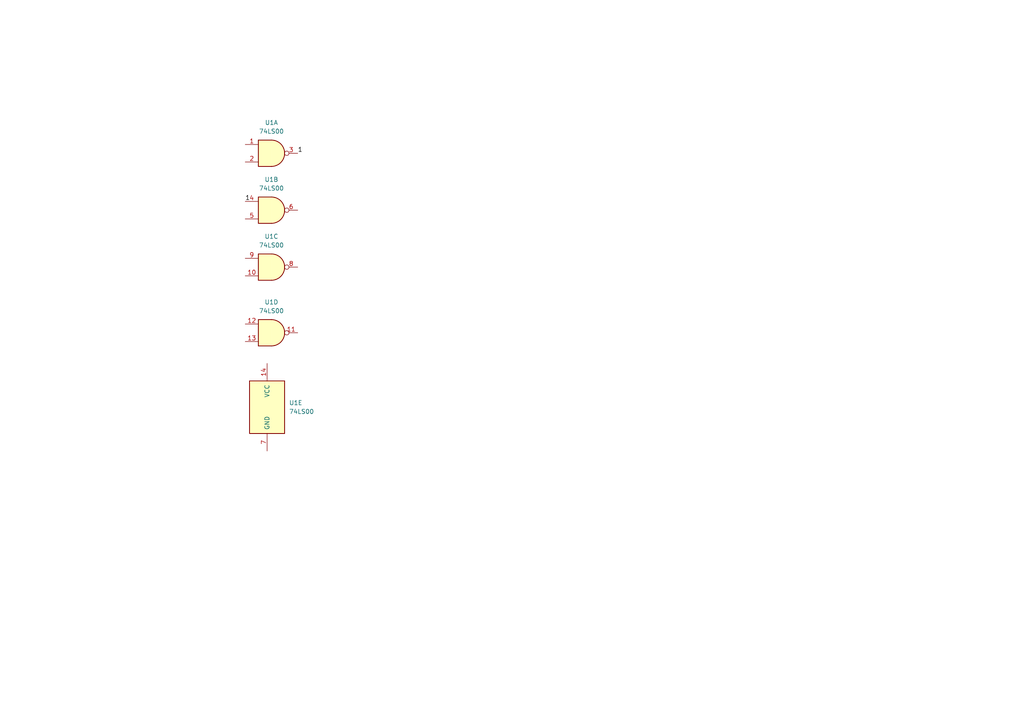
<source format=kicad_sch>
(kicad_sch (version 20230121) (generator eeschema)
  (paper "A4")
  (lib_symbols
    (symbol "74xx:74LS00" (pin_names (offset 1.016))
      (property "Reference" "U" (at 0 1.27 0))
      (property "Value" "74LS00" (at 0 -1.27 0))
      (symbol "74LS00_1_1"
        (arc (start 0 -3.81) (mid 3.7934 0) (end 0 3.81) (stroke (width 0.254)) (fill (type background)))
        (polyline (pts (xy 0 3.81) (xy -3.81 3.81) (xy -3.81 -3.81) (xy 0 -3.81)) (stroke (width 0.254)) (fill (type background)))
        (pin input line (at -7.62 2.54 0) (length 3.81) (name "~") (number "1"))
        (pin input line (at -7.62 -2.54 0) (length 3.81) (name "~") (number "2"))
        (pin output inverted (at 7.62 0 180) (length 3.81) (name "~") (number "3"))
      )
      (symbol "74LS00_1_2"
        (arc (start -3.81 -3.81) (mid -2.589 0) (end -3.81 3.81) (stroke (width 0.254)))
        (arc (start -0.6096 -3.81) (mid 2.1842 -2.5851) (end 3.81 0) (stroke (width 0.254)) (fill (type background)))
        (polyline (pts (xy -3.81 -3.81) (xy -0.635 -3.81)) (stroke (width 0.254)) (fill (type background)))
        (polyline (pts (xy -3.81 3.81) (xy -0.635 3.81)) (stroke (width 0.254)) (fill (type background)))
        (polyline (pts (xy -0.635 3.81) (xy -3.81 3.81) (xy -3.81 3.81) (xy -3.556 3.4036) (xy -3.0226 2.2606) (xy -2.6924 1.0414) (xy -2.6162 -0.254) (xy -2.7686 -1.4986) (xy -3.175 -2.7178) (xy -3.81 -3.81) (xy -3.81 -3.81) (xy -0.635 -3.81)) (stroke (width -25.4)) (fill (type background)))
        (arc (start 3.81 0) (mid 2.1915 2.5936) (end -0.6096 3.81) (stroke (width 0.254)) (fill (type background)))
        (pin input inverted (at -7.62 2.54 0) (length 4.318) (name "~") (number "1"))
        (pin input inverted (at -7.62 -2.54 0) (length 4.318) (name "~") (number "2"))
        (pin output line (at 7.62 0 180) (length 3.81) (name "~") (number "3"))
      )
      (symbol "74LS00_2_1"
        (arc (start 0 -3.81) (mid 3.7934 0) (end 0 3.81) (stroke (width 0.254)) (fill (type background)))
        (polyline (pts (xy 0 3.81) (xy -3.81 3.81) (xy -3.81 -3.81) (xy 0 -3.81)) (stroke (width 0.254)) (fill (type background)))
        (pin input line (at -7.62 2.54 0) (length 3.81) (name "~") (number "4"))
        (pin input line (at -7.62 -2.54 0) (length 3.81) (name "~") (number "5"))
        (pin output inverted (at 7.62 0 180) (length 3.81) (name "~") (number "6"))
      )
      (symbol "74LS00_2_2"
        (arc (start -3.81 -3.81) (mid -2.589 0) (end -3.81 3.81) (stroke (width 0.254)))
        (arc (start -0.6096 -3.81) (mid 2.1842 -2.5851) (end 3.81 0) (stroke (width 0.254)) (fill (type background)))
        (polyline (pts (xy -3.81 -3.81) (xy -0.635 -3.81)) (stroke (width 0.254)) (fill (type background)))
        (polyline (pts (xy -3.81 3.81) (xy -0.635 3.81)) (stroke (width 0.254)) (fill (type background)))
        (polyline (pts (xy -0.635 3.81) (xy -3.81 3.81) (xy -3.81 3.81) (xy -3.556 3.4036) (xy -3.0226 2.2606) (xy -2.6924 1.0414) (xy -2.6162 -0.254) (xy -2.7686 -1.4986) (xy -3.175 -2.7178) (xy -3.81 -3.81) (xy -3.81 -3.81) (xy -0.635 -3.81)) (stroke (width -25.4)) (fill (type background)))
        (arc (start 3.81 0) (mid 2.1915 2.5936) (end -0.6096 3.81) (stroke (width 0.254)) (fill (type background)))
        (pin input inverted (at -7.62 2.54 0) (length 4.318) (name "~") (number "4"))
        (pin input inverted (at -7.62 -2.54 0) (length 4.318) (name "~") (number "5"))
        (pin output line (at 7.62 0 180) (length 3.81) (name "~") (number "6"))
      )
      (symbol "74LS00_3_1"
        (arc (start 0 -3.81) (mid 3.7934 0) (end 0 3.81) (stroke (width 0.254)) (fill (type background)))
        (polyline (pts (xy 0 3.81) (xy -3.81 3.81) (xy -3.81 -3.81) (xy 0 -3.81)) (stroke (width 0.254)) (fill (type background)))
        (pin input line (at -7.62 -2.54 0) (length 3.81) (name "~") (number "10"))
        (pin output inverted (at 7.62 0 180) (length 3.81) (name "~") (number "8"))
        (pin input line (at -7.62 2.54 0) (length 3.81) (name "~") (number "9"))
      )
      (symbol "74LS00_3_2"
        (arc (start -3.81 -3.81) (mid -2.589 0) (end -3.81 3.81) (stroke (width 0.254)))
        (arc (start -0.6096 -3.81) (mid 2.1842 -2.5851) (end 3.81 0) (stroke (width 0.254)) (fill (type background)))
        (polyline (pts (xy -3.81 -3.81) (xy -0.635 -3.81)) (stroke (width 0.254)) (fill (type background)))
        (polyline (pts (xy -3.81 3.81) (xy -0.635 3.81)) (stroke (width 0.254)) (fill (type background)))
        (polyline (pts (xy -0.635 3.81) (xy -3.81 3.81) (xy -3.81 3.81) (xy -3.556 3.4036) (xy -3.0226 2.2606) (xy -2.6924 1.0414) (xy -2.6162 -0.254) (xy -2.7686 -1.4986) (xy -3.175 -2.7178) (xy -3.81 -3.81) (xy -3.81 -3.81) (xy -0.635 -3.81)) (stroke (width -25.4)) (fill (type background)))
        (arc (start 3.81 0) (mid 2.1915 2.5936) (end -0.6096 3.81) (stroke (width 0.254)) (fill (type background)))
        (pin input inverted (at -7.62 -2.54 0) (length 4.318) (name "~") (number "10"))
        (pin output line (at 7.62 0 180) (length 3.81) (name "~") (number "8"))
        (pin input inverted (at -7.62 2.54 0) (length 4.318) (name "~") (number "9"))
      )
      (symbol "74LS00_4_1"
        (arc (start 0 -3.81) (mid 3.7934 0) (end 0 3.81) (stroke (width 0.254)) (fill (type background)))
        (polyline (pts (xy 0 3.81) (xy -3.81 3.81) (xy -3.81 -3.81) (xy 0 -3.81)) (stroke (width 0.254)) (fill (type background)))
        (pin output inverted (at 7.62 0 180) (length 3.81) (name "~") (number "11"))
        (pin input line (at -7.62 2.54 0) (length 3.81) (name "~") (number "12"))
        (pin input line (at -7.62 -2.54 0) (length 3.81) (name "~") (number "13"))
      )
      (symbol "74LS00_4_2"
        (arc (start -3.81 -3.81) (mid -2.589 0) (end -3.81 3.81) (stroke (width 0.254)))
        (arc (start -0.6096 -3.81) (mid 2.1842 -2.5851) (end 3.81 0) (stroke (width 0.254)) (fill (type background)))
        (polyline (pts (xy -3.81 -3.81) (xy -0.635 -3.81)) (stroke (width 0.254)) (fill (type background)))
        (polyline (pts (xy -3.81 3.81) (xy -0.635 3.81)) (stroke (width 0.254)) (fill (type background)))
        (polyline (pts (xy -0.635 3.81) (xy -3.81 3.81) (xy -3.81 3.81) (xy -3.556 3.4036) (xy -3.0226 2.2606) (xy -2.6924 1.0414) (xy -2.6162 -0.254) (xy -2.7686 -1.4986) (xy -3.175 -2.7178) (xy -3.81 -3.81) (xy -3.81 -3.81) (xy -0.635 -3.81)) (stroke (width -25.4)) (fill (type background)))
        (arc (start 3.81 0) (mid 2.1915 2.5936) (end -0.6096 3.81) (stroke (width 0.254)) (fill (type background)))
        (pin output line (at 7.62 0 180) (length 3.81) (name "~") (number "11"))
        (pin input inverted (at -7.62 2.54 0) (length 4.318) (name "~") (number "12"))
        (pin input inverted (at -7.62 -2.54 0) (length 4.318) (name "~") (number "13"))
      )
      (symbol "74LS00_5_0"
        (pin power_in line (at 0 12.7 270) (length 5.08) (name "VCC") (number "14"))
        (pin power_in line (at 0 -12.7 90) (length 5.08) (name "GND") (number "7"))
      )
      (symbol "74LS00_5_1"
        (rectangle (start -5.08 7.62) (end 5.08 -7.62) (stroke (width 0.254)) (fill (type background)))
      )
    )
  )
  (label "1" (at 71.12 58.42 0))
  (label "1" (at 86.36 44.45 0))
  (symbol (lib_id "74xx:74LS00") (at 78.74 60.96 0) (unit 2)
    (property "Reference" "U1" (at 78.7317 52.07 0))
    (property "Value" "74LS00" (at 78.7317 54.61 0))
    (property "Datasheet" "http://www.ti.com/lit/gpn/sn74ls00" (effects hide))
  )
  (symbol (lib_id "74xx:74LS00") (at 78.74 96.52 0) (unit 4)
    (property "Reference" "U1" (at 78.7317 87.63 0))
    (property "Value" "74LS00" (at 78.7317 90.17 0))
    (property "Datasheet" "http://www.ti.com/lit/gpn/sn74ls00" (effects hide))
  )
  (symbol (lib_id "74xx:74LS00") (at 77.47 118.11 0) (unit 5)
    (property "Reference" "U1" (at 83.82 116.84 0) (effects (justify left)))
    (property "Value" "74LS00" (at 83.82 119.38 0) (effects (justify left)))
    (property "Datasheet" "http://www.ti.com/lit/gpn/sn74ls00" (effects hide))
  )
  (symbol (lib_id "74xx:74LS00") (at 78.74 44.45 0) (unit 1)
    (property "Reference" "U1" (at 78.7317 35.56 0))
    (property "Value" "74LS00" (at 78.7317 38.1 0))
    (property "Datasheet" "http://www.ti.com/lit/gpn/sn74ls00" (effects hide))
  )
  (symbol (lib_id "74xx:74LS00") (at 78.74 77.47 0) (unit 3)
    (property "Reference" "U1" (at 78.7317 68.58 0))
    (property "Value" "74LS00" (at 78.7317 71.12 0))
    (property "Datasheet" "http://www.ti.com/lit/gpn/sn74ls00" (effects hide))
  )
)
</source>
